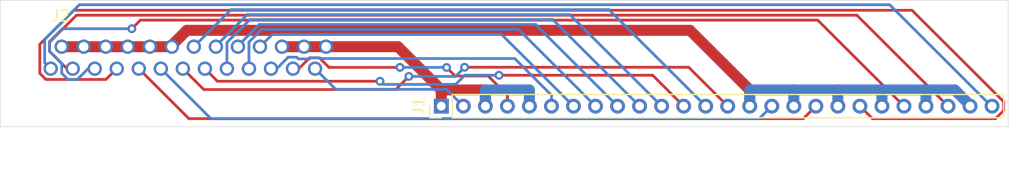
<source format=kicad_pcb>
(kicad_pcb (version 20171130) (host pcbnew "(5.1.5)-3")

  (general
    (thickness 1.6)
    (drawings 4)
    (tracks 146)
    (zones 0)
    (modules 2)
    (nets 20)
  )

  (page A4)
  (layers
    (0 F.Cu signal)
    (31 B.Cu signal)
    (32 B.Adhes user)
    (33 F.Adhes user)
    (34 B.Paste user)
    (35 F.Paste user)
    (36 B.SilkS user)
    (37 F.SilkS user)
    (38 B.Mask user)
    (39 F.Mask user)
    (40 Dwgs.User user)
    (41 Cmts.User user)
    (42 Eco1.User user)
    (43 Eco2.User user)
    (44 Edge.Cuts user)
    (45 Margin user)
    (46 B.CrtYd user)
    (47 F.CrtYd user)
    (48 B.Fab user)
    (49 F.Fab user)
  )

  (setup
    (last_trace_width 0.25)
    (user_trace_width 0.5)
    (user_trace_width 0.75)
    (trace_clearance 0.2)
    (zone_clearance 0.508)
    (zone_45_only no)
    (trace_min 0.2)
    (via_size 0.8)
    (via_drill 0.4)
    (via_min_size 0.4)
    (via_min_drill 0.3)
    (uvia_size 0.3)
    (uvia_drill 0.1)
    (uvias_allowed no)
    (uvia_min_size 0.2)
    (uvia_min_drill 0.1)
    (edge_width 0.05)
    (segment_width 0.2)
    (pcb_text_width 0.3)
    (pcb_text_size 1.5 1.5)
    (mod_edge_width 0.12)
    (mod_text_size 1 1)
    (mod_text_width 0.15)
    (pad_size 1.7 1.7)
    (pad_drill 1)
    (pad_to_mask_clearance 0.051)
    (solder_mask_min_width 0.25)
    (aux_axis_origin 0 0)
    (visible_elements 7FFFFFFF)
    (pcbplotparams
      (layerselection 0x010fc_ffffffff)
      (usegerberextensions false)
      (usegerberattributes false)
      (usegerberadvancedattributes false)
      (creategerberjobfile false)
      (excludeedgelayer true)
      (linewidth 0.100000)
      (plotframeref false)
      (viasonmask false)
      (mode 1)
      (useauxorigin false)
      (hpglpennumber 1)
      (hpglpenspeed 20)
      (hpglpendiameter 15.000000)
      (psnegative false)
      (psa4output false)
      (plotreference true)
      (plotvalue true)
      (plotinvisibletext false)
      (padsonsilk false)
      (subtractmaskfromsilk false)
      (outputformat 1)
      (mirror false)
      (drillshape 0)
      (scaleselection 1)
      (outputdirectory "gerber/"))
  )

  (net 0 "")
  (net 1 "Net-(J1-Pad26)")
  (net 2 "Net-(J1-Pad24)")
  (net 3 "Net-(J1-Pad2)")
  (net 4 "Net-(J1-Pad4)")
  (net 5 "Net-(J1-Pad6)")
  (net 6 "Net-(J1-Pad7)")
  (net 7 "Net-(J1-Pad8)")
  (net 8 "Net-(J1-Pad9)")
  (net 9 "Net-(J1-Pad10)")
  (net 10 "Net-(J1-Pad11)")
  (net 11 "Net-(J1-Pad12)")
  (net 12 "Net-(J1-Pad13)")
  (net 13 "Net-(J1-Pad14)")
  (net 14 "Net-(J1-Pad16)")
  (net 15 "Net-(J1-Pad18)")
  (net 16 "Net-(J1-Pad20)")
  (net 17 "Net-(J1-Pad22)")
  (net 18 GND)
  (net 19 VCC)

  (net_class Default "This is the default net class."
    (clearance 0.2)
    (trace_width 0.25)
    (via_dia 0.8)
    (via_drill 0.4)
    (uvia_dia 0.3)
    (uvia_drill 0.1)
    (add_net "Net-(J1-Pad10)")
    (add_net "Net-(J1-Pad11)")
    (add_net "Net-(J1-Pad12)")
    (add_net "Net-(J1-Pad13)")
    (add_net "Net-(J1-Pad14)")
    (add_net "Net-(J1-Pad16)")
    (add_net "Net-(J1-Pad18)")
    (add_net "Net-(J1-Pad2)")
    (add_net "Net-(J1-Pad20)")
    (add_net "Net-(J1-Pad22)")
    (add_net "Net-(J1-Pad24)")
    (add_net "Net-(J1-Pad26)")
    (add_net "Net-(J1-Pad4)")
    (add_net "Net-(J1-Pad6)")
    (add_net "Net-(J1-Pad7)")
    (add_net "Net-(J1-Pad8)")
    (add_net "Net-(J1-Pad9)")
  )

  (net_class power ""
    (clearance 0.3)
    (trace_width 1)
    (via_dia 1.6)
    (via_drill 0.8)
    (uvia_dia 0.3)
    (uvia_drill 0.1)
    (add_net GND)
    (add_net VCC)
  )

  (module Connector_PinHeader_2.00mm:PinHeader_1x26_P2.00mm_Vertical (layer F.Cu) (tedit 59FED667) (tstamp 62F710FA)
    (at 76.04 76.1365 90)
    (descr "Through hole straight pin header, 1x26, 2.00mm pitch, single row")
    (tags "Through hole pin header THT 1x26 2.00mm single row")
    (path /62F680CE)
    (fp_text reference J1 (at 0 -2.06 90) (layer F.SilkS)
      (effects (font (size 1 1) (thickness 0.15)))
    )
    (fp_text value Conn_01x26_Female (at 0 52.06 90) (layer F.Fab)
      (effects (font (size 1 1) (thickness 0.15)))
    )
    (fp_text user %R (at 0 25) (layer F.Fab)
      (effects (font (size 1 1) (thickness 0.15)))
    )
    (fp_line (start 1.5 -1.5) (end -1.5 -1.5) (layer F.CrtYd) (width 0.05))
    (fp_line (start 1.5 51.5) (end 1.5 -1.5) (layer F.CrtYd) (width 0.05))
    (fp_line (start -1.5 51.5) (end 1.5 51.5) (layer F.CrtYd) (width 0.05))
    (fp_line (start -1.5 -1.5) (end -1.5 51.5) (layer F.CrtYd) (width 0.05))
    (fp_line (start -1.06 -1.06) (end 0 -1.06) (layer F.SilkS) (width 0.12))
    (fp_line (start -1.06 0) (end -1.06 -1.06) (layer F.SilkS) (width 0.12))
    (fp_line (start -1.06 1) (end 1.06 1) (layer F.SilkS) (width 0.12))
    (fp_line (start 1.06 1) (end 1.06 51.06) (layer F.SilkS) (width 0.12))
    (fp_line (start -1.06 1) (end -1.06 51.06) (layer F.SilkS) (width 0.12))
    (fp_line (start -1.06 51.06) (end 1.06 51.06) (layer F.SilkS) (width 0.12))
    (fp_line (start -1 -0.5) (end -0.5 -1) (layer F.Fab) (width 0.1))
    (fp_line (start -1 51) (end -1 -0.5) (layer F.Fab) (width 0.1))
    (fp_line (start 1 51) (end -1 51) (layer F.Fab) (width 0.1))
    (fp_line (start 1 -1) (end 1 51) (layer F.Fab) (width 0.1))
    (fp_line (start -0.5 -1) (end 1 -1) (layer F.Fab) (width 0.1))
    (pad 26 thru_hole oval (at 0 50 90) (size 1.35 1.35) (drill 0.8) (layers *.Cu *.Mask)
      (net 1 "Net-(J1-Pad26)"))
    (pad 25 thru_hole oval (at 0 48 90) (size 1.35 1.35) (drill 0.8) (layers *.Cu *.Mask)
      (net 18 GND))
    (pad 24 thru_hole oval (at 0 46 90) (size 1.35 1.35) (drill 0.8) (layers *.Cu *.Mask)
      (net 2 "Net-(J1-Pad24)"))
    (pad 23 thru_hole oval (at 0 44 90) (size 1.35 1.35) (drill 0.8) (layers *.Cu *.Mask)
      (net 18 GND))
    (pad 22 thru_hole oval (at 0 42 90) (size 1.35 1.35) (drill 0.8) (layers *.Cu *.Mask)
      (net 17 "Net-(J1-Pad22)"))
    (pad 21 thru_hole oval (at 0 40 90) (size 1.35 1.35) (drill 0.8) (layers *.Cu *.Mask)
      (net 18 GND))
    (pad 20 thru_hole oval (at 0 38 90) (size 1.35 1.35) (drill 0.8) (layers *.Cu *.Mask)
      (net 16 "Net-(J1-Pad20)"))
    (pad 19 thru_hole oval (at 0 36 90) (size 1.35 1.35) (drill 0.8) (layers *.Cu *.Mask)
      (net 18 GND))
    (pad 18 thru_hole oval (at 0 34 90) (size 1.35 1.35) (drill 0.8) (layers *.Cu *.Mask)
      (net 15 "Net-(J1-Pad18)"))
    (pad 17 thru_hole oval (at 0 32 90) (size 1.35 1.35) (drill 0.8) (layers *.Cu *.Mask)
      (net 18 GND))
    (pad 16 thru_hole oval (at 0 30 90) (size 1.35 1.35) (drill 0.8) (layers *.Cu *.Mask)
      (net 14 "Net-(J1-Pad16)"))
    (pad 15 thru_hole oval (at 0 28 90) (size 1.35 1.35) (drill 0.8) (layers *.Cu *.Mask)
      (net 18 GND))
    (pad 14 thru_hole oval (at 0 26 90) (size 1.35 1.35) (drill 0.8) (layers *.Cu *.Mask)
      (net 13 "Net-(J1-Pad14)"))
    (pad 13 thru_hole oval (at 0 24 90) (size 1.35 1.35) (drill 0.8) (layers *.Cu *.Mask)
      (net 12 "Net-(J1-Pad13)"))
    (pad 12 thru_hole oval (at 0 22 90) (size 1.35 1.35) (drill 0.8) (layers *.Cu *.Mask)
      (net 11 "Net-(J1-Pad12)"))
    (pad 11 thru_hole oval (at 0 20 90) (size 1.35 1.35) (drill 0.8) (layers *.Cu *.Mask)
      (net 10 "Net-(J1-Pad11)"))
    (pad 10 thru_hole oval (at 0 18 90) (size 1.35 1.35) (drill 0.8) (layers *.Cu *.Mask)
      (net 9 "Net-(J1-Pad10)"))
    (pad 9 thru_hole oval (at 0 16 90) (size 1.35 1.35) (drill 0.8) (layers *.Cu *.Mask)
      (net 8 "Net-(J1-Pad9)"))
    (pad 8 thru_hole oval (at 0 14 90) (size 1.35 1.35) (drill 0.8) (layers *.Cu *.Mask)
      (net 7 "Net-(J1-Pad8)"))
    (pad 7 thru_hole oval (at 0 12 90) (size 1.35 1.35) (drill 0.8) (layers *.Cu *.Mask)
      (net 6 "Net-(J1-Pad7)"))
    (pad 6 thru_hole oval (at 0 10 90) (size 1.35 1.35) (drill 0.8) (layers *.Cu *.Mask)
      (net 5 "Net-(J1-Pad6)"))
    (pad 5 thru_hole oval (at 0 8 90) (size 1.35 1.35) (drill 0.8) (layers *.Cu *.Mask)
      (net 19 VCC))
    (pad 4 thru_hole oval (at 0 6 90) (size 1.35 1.35) (drill 0.8) (layers *.Cu *.Mask)
      (net 4 "Net-(J1-Pad4)"))
    (pad 3 thru_hole oval (at 0 4 90) (size 1.35 1.35) (drill 0.8) (layers *.Cu *.Mask)
      (net 19 VCC))
    (pad 2 thru_hole oval (at 0 2 90) (size 1.35 1.35) (drill 0.8) (layers *.Cu *.Mask)
      (net 3 "Net-(J1-Pad2)"))
    (pad 1 thru_hole rect (at 0 0 90) (size 1.35 1.35) (drill 0.8) (layers *.Cu *.Mask)
      (net 19 VCC))
    (model ${KISYS3DMOD}/Connector_PinHeader_2.00mm.3dshapes/PinHeader_1x26_P2.00mm_Vertical.wrl
      (at (xyz 0 0 0))
      (scale (xyz 1 1 1))
      (rotate (xyz 0 0 0))
    )
  )

  (module Connector:26pin_ffc_1mm (layer F.Cu) (tedit 63349608) (tstamp 62F71149)
    (at 40.5765 75.438)
    (path /62F6AA14)
    (fp_text reference J2 (at 0.89408 -7.51586) (layer F.SilkS)
      (effects (font (size 1 1) (thickness 0.15)))
    )
    (fp_text value Conn_01x26_Female (at 12.7381 0.7747) (layer F.Fab)
      (effects (font (size 1 1) (thickness 0.15)))
    )
    (fp_line (start -0.0381 -1.47066) (end -0.0381 -0.20066) (layer B.Paste) (width 0.12))
    (fp_line (start 0.99568 -1.4478) (end 0.99568 -0.1778) (layer B.Paste) (width 0.12))
    (fp_line (start 2.07518 -1.45796) (end 2.07518 -0.18796) (layer B.Paste) (width 0.12))
    (fp_line (start 4.21894 -1.44272) (end 2.94894 -1.44272) (layer B.Paste) (width 0.12))
    (fp_line (start 3.03784 -0.18796) (end 3.03784 -1.45796) (layer B.Paste) (width 0.12))
    (fp_line (start 5.48894 -0.17272) (end 4.21894 -0.17272) (layer B.Paste) (width 0.12))
    (fp_line (start 4.0132 -1.47066) (end 4.0132 -0.20066) (layer B.Paste) (width 0.12))
    (fp_line (start 6.75894 -1.44272) (end 5.48894 -1.44272) (layer B.Paste) (width 0.12))
    (fp_line (start 5.02158 -0.17526) (end 5.02158 -1.44526) (layer B.Paste) (width 0.12))
    (fp_line (start 8.02894 -0.17272) (end 6.75894 -0.17272) (layer B.Paste) (width 0.12))
    (fp_line (start 6.0198 -1.44526) (end 6.0198 -0.17526) (layer B.Paste) (width 0.12))
    (fp_line (start 9.29894 -1.44272) (end 8.02894 -1.44272) (layer B.Paste) (width 0.12))
    (fp_line (start 7.02818 -0.17526) (end 7.02818 -1.44526) (layer B.Paste) (width 0.12))
    (fp_line (start 10.56894 -0.17272) (end 9.29894 -0.17272) (layer B.Paste) (width 0.12))
    (fp_line (start 8.01878 -1.44526) (end 8.01878 -0.17526) (layer B.Paste) (width 0.12))
    (fp_line (start 11.83894 -1.44272) (end 10.56894 -1.44272) (layer B.Paste) (width 0.12))
    (fp_line (start 8.96874 -0.18796) (end 8.96874 -1.45796) (layer B.Paste) (width 0.12))
    (fp_line (start 13.10894 -0.17272) (end 11.83894 -0.17272) (layer B.Paste) (width 0.12))
    (fp_line (start 10.01014 -1.4351) (end 10.01014 -0.1651) (layer B.Paste) (width 0.12))
    (fp_line (start 14.37894 -1.44272) (end 13.10894 -1.44272) (layer B.Paste) (width 0.12))
    (fp_line (start 11.04138 -0.17526) (end 11.04138 -1.44526) (layer B.Paste) (width 0.12))
    (fp_line (start 15.64894 -0.17272) (end 14.37894 -0.17272) (layer B.Paste) (width 0.12))
    (fp_line (start 12.00404 -1.44526) (end 12.00404 -0.17526) (layer B.Paste) (width 0.12))
    (fp_line (start 16.91894 -1.44272) (end 15.64894 -1.44272) (layer B.Paste) (width 0.12))
    (fp_line (start 13.02766 -0.17018) (end 13.02766 -1.44018) (layer B.Paste) (width 0.12))
    (fp_line (start 18.18894 -0.17272) (end 16.91894 -0.17272) (layer B.Paste) (width 0.12))
    (fp_line (start 14.01318 -1.44526) (end 14.01318 -0.17526) (layer B.Paste) (width 0.12))
    (fp_line (start 19.45894 -1.44272) (end 18.18894 -1.44272) (layer B.Paste) (width 0.12))
    (fp_line (start 15.01394 -0.18034) (end 15.01394 -1.45034) (layer B.Paste) (width 0.12))
    (fp_line (start 20.72894 -0.17272) (end 19.45894 -0.17272) (layer B.Paste) (width 0.12))
    (fp_line (start 15.99692 -1.44526) (end 15.99692 -0.17526) (layer B.Paste) (width 0.12))
    (fp_line (start 21.99894 -1.44272) (end 20.72894 -1.44272) (layer B.Paste) (width 0.12))
    (fp_line (start 17.04594 -0.17018) (end 17.04594 -1.44018) (layer B.Paste) (width 0.12))
    (fp_line (start 23.26894 -0.17272) (end 21.99894 -0.17272) (layer B.Paste) (width 0.12))
    (fp_line (start 17.99082 -1.44526) (end 17.99082 -0.17526) (layer B.Paste) (width 0.12))
    (fp_line (start 24.53894 -1.44272) (end 23.26894 -1.44272) (layer B.Paste) (width 0.12))
    (fp_line (start 18.98142 -0.17526) (end 18.98142 -1.44526) (layer B.Paste) (width 0.12))
    (fp_line (start 25.80894 -0.17272) (end 24.53894 -0.17272) (layer B.Paste) (width 0.12))
    (fp_line (start 19.95424 -1.45034) (end 19.95424 -0.18034) (layer B.Paste) (width 0.12))
    (fp_line (start 21.00326 -0.18034) (end 21.00326 -1.45034) (layer B.Paste) (width 0.12))
    (fp_line (start 21.99894 -1.44272) (end 21.99894 -0.17272) (layer B.Paste) (width 0.12))
    (fp_line (start 23.01494 -0.17272) (end 23.01494 -1.44272) (layer B.Paste) (width 0.12))
    (fp_line (start 24.08174 -1.44272) (end 24.08174 -0.17272) (layer B.Paste) (width 0.12))
    (fp_line (start 25.06472 -0.16256) (end 25.06472 -1.43256) (layer B.Paste) (width 0.12))
    (fp_line (start -2 -1.44272) (end 26 -1.44272) (layer B.Paste) (width 0.12))
    (fp_line (start 26 -6.56272) (end 26 -0.17272) (layer B.Paste) (width 0.12))
    (fp_line (start -2 -6.56272) (end -2 -0.17272) (layer B.Paste) (width 0.12))
    (fp_line (start 26 -0.17272) (end -2 -0.17272) (layer B.Paste) (width 0.12))
    (fp_line (start -2 -6.56272) (end 26 -6.56272) (layer B.Paste) (width 0.12))
    (pad 25 thru_hole circle (at 1 -4.713) (size 1.3 1.3) (drill 0.86) (layers *.Cu *.Mask)
      (net 18 GND))
    (pad 26 thru_hole circle (at 0 -2.71272) (size 1.3 1.3) (drill 0.86) (layers *.Cu *.Mask)
      (net 1 "Net-(J1-Pad26)"))
    (pad 24 thru_hole circle (at 2 -2.71272) (size 1.3 1.3) (drill 0.86) (layers *.Cu *.Mask)
      (net 2 "Net-(J1-Pad24)"))
    (pad 1 thru_hole circle (at 25 -4.713) (size 1.3 1.3) (drill 0.86) (layers *.Cu *.Mask)
      (net 19 VCC))
    (pad 2 thru_hole circle (at 24 -2.71272) (size 1.3 1.3) (drill 0.86) (layers *.Cu *.Mask)
      (net 3 "Net-(J1-Pad2)"))
    (pad 3 thru_hole circle (at 23 -4.713) (size 1.3 1.3) (drill 0.86) (layers *.Cu *.Mask)
      (net 19 VCC))
    (pad 4 thru_hole circle (at 22 -2.71272) (size 1.3 1.3) (drill 0.86) (layers *.Cu *.Mask)
      (net 4 "Net-(J1-Pad4)"))
    (pad 5 thru_hole circle (at 21 -4.713) (size 1.3 1.3) (drill 0.86) (layers *.Cu *.Mask)
      (net 19 VCC))
    (pad 6 thru_hole circle (at 20 -2.71272) (size 1.3 1.3) (drill 0.86) (layers *.Cu *.Mask)
      (net 5 "Net-(J1-Pad6)"))
    (pad 7 thru_hole circle (at 19 -4.713) (size 1.3 1.3) (drill 0.86) (layers *.Cu *.Mask)
      (net 6 "Net-(J1-Pad7)"))
    (pad 8 thru_hole circle (at 18 -2.71272) (size 1.3 1.3) (drill 0.86) (layers *.Cu *.Mask)
      (net 7 "Net-(J1-Pad8)"))
    (pad 9 thru_hole circle (at 17 -4.713) (size 1.3 1.3) (drill 0.86) (layers *.Cu *.Mask)
      (net 8 "Net-(J1-Pad9)"))
    (pad 10 thru_hole circle (at 16 -2.71272) (size 1.3 1.3) (drill 0.86) (layers *.Cu *.Mask)
      (net 9 "Net-(J1-Pad10)"))
    (pad 11 thru_hole circle (at 15 -4.713) (size 1.3 1.3) (drill 0.86) (layers *.Cu *.Mask)
      (net 10 "Net-(J1-Pad11)"))
    (pad 12 thru_hole circle (at 14 -2.71272) (size 1.3 1.3) (drill 0.86) (layers *.Cu *.Mask)
      (net 11 "Net-(J1-Pad12)"))
    (pad 13 thru_hole circle (at 13 -4.713) (size 1.3 1.3) (drill 0.86) (layers *.Cu *.Mask)
      (net 12 "Net-(J1-Pad13)"))
    (pad 14 thru_hole circle (at 12 -2.71272) (size 1.3 1.3) (drill 0.86) (layers *.Cu *.Mask)
      (net 13 "Net-(J1-Pad14)"))
    (pad 15 thru_hole circle (at 11 -4.713) (size 1.3 1.3) (drill 0.86) (layers *.Cu *.Mask)
      (net 18 GND))
    (pad 16 thru_hole circle (at 10 -2.71272) (size 1.3 1.3) (drill 0.86) (layers *.Cu *.Mask)
      (net 14 "Net-(J1-Pad16)"))
    (pad 17 thru_hole circle (at 9 -4.713) (size 1.3 1.3) (drill 0.86) (layers *.Cu *.Mask)
      (net 18 GND))
    (pad 18 thru_hole circle (at 8 -2.71272) (size 1.3 1.3) (drill 0.86) (layers *.Cu *.Mask)
      (net 15 "Net-(J1-Pad18)"))
    (pad 19 thru_hole circle (at 7 -4.713) (size 1.3 1.3) (drill 0.86) (layers *.Cu *.Mask)
      (net 18 GND))
    (pad 20 thru_hole circle (at 6 -2.71272) (size 1.3 1.3) (drill 0.86) (layers *.Cu *.Mask)
      (net 16 "Net-(J1-Pad20)"))
    (pad 21 thru_hole circle (at 5 -4.713) (size 1.3 1.3) (drill 0.86) (layers *.Cu *.Mask)
      (net 18 GND))
    (pad 22 thru_hole circle (at 4 -2.71272) (size 1.3 1.3) (drill 0.86) (layers *.Cu *.Mask)
      (net 17 "Net-(J1-Pad22)"))
    (pad 23 thru_hole circle (at 3 -4.713) (size 1.3 1.3) (drill 0.86) (layers *.Cu *.Mask)
      (net 18 GND))
  )

  (gr_line (start 36 78) (end 127.5 78) (layer Edge.Cuts) (width 0.05))
  (gr_line (start 127.5 78) (end 127.5 66.5) (layer Edge.Cuts) (width 0.05))
  (gr_line (start 36 78) (end 36 66.5) (layer Edge.Cuts) (width 0.05))
  (gr_line (start 36 66.5) (end 127.5 66.5) (layer Edge.Cuts) (width 0.05))

  (segment (start 40.5765 72.7253) (end 40.0308 72.1796) (width 0.25) (layer B.Cu) (net 1))
  (segment (start 40.0308 72.1796) (end 40.0308 70.0527) (width 0.25) (layer B.Cu) (net 1))
  (segment (start 40.0308 70.0527) (end 43.1798 66.9037) (width 0.25) (layer B.Cu) (net 1))
  (segment (start 43.1798 66.9037) (end 116.7364 66.9037) (width 0.25) (layer B.Cu) (net 1))
  (segment (start 116.7364 66.9037) (end 125.9692 76.1365) (width 0.25) (layer B.Cu) (net 1))
  (segment (start 125.9692 76.1365) (end 126.04 76.1365) (width 0.25) (layer B.Cu) (net 1))
  (segment (start 42.5765 72.7253) (end 42.056 72.7253) (width 0.25) (layer F.Cu) (net 2))
  (segment (start 42.056 72.7253) (end 40.4723 71.1416) (width 0.25) (layer F.Cu) (net 2))
  (segment (start 40.4723 71.1416) (end 40.4723 70.3082) (width 0.25) (layer F.Cu) (net 2))
  (segment (start 40.4723 70.3082) (end 42.9205 67.86) (width 0.25) (layer F.Cu) (net 2))
  (segment (start 42.9205 67.86) (end 113.7635 67.86) (width 0.25) (layer F.Cu) (net 2))
  (segment (start 113.7635 67.86) (end 122.04 76.1365) (width 0.25) (layer F.Cu) (net 2))
  (segment (start 64.5765 72.7253) (end 66.4583 74.6071) (width 0.25) (layer B.Cu) (net 3))
  (segment (start 66.4583 74.6071) (end 76.5106 74.6071) (width 0.25) (layer B.Cu) (net 3))
  (segment (start 76.5106 74.6071) (end 78.04 76.1365) (width 0.25) (layer B.Cu) (net 3))
  (segment (start 82.04 76.1365) (end 82.04 75.1362) (width 0.25) (layer F.Cu) (net 4))
  (segment (start 76.5187 72.6175) (end 77.2936 73.3924) (width 0.25) (layer F.Cu) (net 4))
  (segment (start 77.2936 73.3924) (end 80.2962 73.3924) (width 0.25) (layer F.Cu) (net 4))
  (segment (start 80.2962 73.3924) (end 82.04 75.1362) (width 0.25) (layer F.Cu) (net 4))
  (segment (start 72.2868 72.6094) (end 76.5106 72.6094) (width 0.25) (layer B.Cu) (net 4))
  (segment (start 76.5106 72.6094) (end 76.5187 72.6175) (width 0.25) (layer B.Cu) (net 4))
  (segment (start 62.5765 72.7253) (end 63.0971 72.7253) (width 0.25) (layer F.Cu) (net 4))
  (segment (start 63.0971 72.7253) (end 64.0815 71.7409) (width 0.25) (layer F.Cu) (net 4))
  (segment (start 64.0815 71.7409) (end 64.9716 71.7409) (width 0.25) (layer F.Cu) (net 4))
  (segment (start 64.9716 71.7409) (end 65.8401 72.6094) (width 0.25) (layer F.Cu) (net 4))
  (segment (start 65.8401 72.6094) (end 72.2868 72.6094) (width 0.25) (layer F.Cu) (net 4))
  (via (at 76.5187 72.6175) (size 0.8) (layers F.Cu B.Cu) (net 4))
  (via (at 72.2868 72.6094) (size 0.8) (layers F.Cu B.Cu) (net 4))
  (segment (start 86.04 76.1365) (end 86.04 75.1362) (width 0.25) (layer B.Cu) (net 5))
  (segment (start 60.5765 72.7253) (end 61.0971 72.7253) (width 0.25) (layer B.Cu) (net 5))
  (segment (start 61.0971 72.7253) (end 62.1394 71.683) (width 0.25) (layer B.Cu) (net 5))
  (segment (start 62.1394 71.683) (end 62.9137 71.683) (width 0.25) (layer B.Cu) (net 5))
  (segment (start 62.9137 71.683) (end 63.0675 71.8368) (width 0.25) (layer B.Cu) (net 5))
  (segment (start 63.0675 71.8368) (end 64.0856 71.8368) (width 0.25) (layer B.Cu) (net 5))
  (segment (start 64.0856 71.8368) (end 64.1882 71.7342) (width 0.25) (layer B.Cu) (net 5))
  (segment (start 64.1882 71.7342) (end 64.9684 71.7342) (width 0.25) (layer B.Cu) (net 5))
  (segment (start 64.9684 71.7342) (end 65.0379 71.8037) (width 0.25) (layer B.Cu) (net 5))
  (segment (start 65.0379 71.8037) (end 82.7075 71.8037) (width 0.25) (layer B.Cu) (net 5))
  (segment (start 82.7075 71.8037) (end 86.04 75.1362) (width 0.25) (layer B.Cu) (net 5))
  (segment (start 88.04 76.1365) (end 81.5091 69.6056) (width 0.25) (layer B.Cu) (net 6))
  (segment (start 81.5091 69.6056) (end 60.6959 69.6056) (width 0.25) (layer B.Cu) (net 6))
  (segment (start 60.6959 69.6056) (end 59.5765 70.725) (width 0.25) (layer B.Cu) (net 6))
  (segment (start 90.04 76.1365) (end 83.0587 69.1552) (width 0.25) (layer B.Cu) (net 7))
  (segment (start 83.0587 69.1552) (end 59.7229 69.1552) (width 0.25) (layer B.Cu) (net 7))
  (segment (start 59.7229 69.1552) (end 58.5765 70.3016) (width 0.25) (layer B.Cu) (net 7))
  (segment (start 58.5765 70.3016) (end 58.5765 72.7253) (width 0.25) (layer B.Cu) (net 7))
  (segment (start 92.04 76.1365) (end 84.6084 68.7049) (width 0.25) (layer B.Cu) (net 8))
  (segment (start 84.6084 68.7049) (end 59.5147 68.7049) (width 0.25) (layer B.Cu) (net 8))
  (segment (start 59.5147 68.7049) (end 57.5765 70.6431) (width 0.25) (layer B.Cu) (net 8))
  (segment (start 57.5765 70.6431) (end 57.5765 70.725) (width 0.25) (layer B.Cu) (net 8))
  (segment (start 94.04 76.1365) (end 86.1581 68.2546) (width 0.25) (layer B.Cu) (net 9))
  (segment (start 86.1581 68.2546) (end 58.6666 68.2546) (width 0.25) (layer B.Cu) (net 9))
  (segment (start 58.6666 68.2546) (end 56.5765 70.3447) (width 0.25) (layer B.Cu) (net 9))
  (segment (start 56.5765 70.3447) (end 56.5765 72.7253) (width 0.25) (layer B.Cu) (net 9))
  (segment (start 96.04 76.1365) (end 87.7078 67.8043) (width 0.25) (layer B.Cu) (net 10))
  (segment (start 87.7078 67.8043) (end 58.4231 67.8043) (width 0.25) (layer B.Cu) (net 10))
  (segment (start 58.4231 67.8043) (end 55.5765 70.6509) (width 0.25) (layer B.Cu) (net 10))
  (segment (start 55.5765 70.6509) (end 55.5765 70.725) (width 0.25) (layer B.Cu) (net 10))
  (segment (start 98.04 76.1365) (end 95.2278 73.3243) (width 0.25) (layer F.Cu) (net 11))
  (segment (start 95.2278 73.3243) (end 81.2765 73.3243) (width 0.25) (layer F.Cu) (net 11))
  (segment (start 70.4735 73.8717) (end 70.7585 74.1567) (width 0.25) (layer B.Cu) (net 11))
  (segment (start 70.7585 74.1567) (end 77.3435 74.1567) (width 0.25) (layer B.Cu) (net 11))
  (segment (start 77.3435 74.1567) (end 78.1759 73.3243) (width 0.25) (layer B.Cu) (net 11))
  (segment (start 78.1759 73.3243) (end 81.2765 73.3243) (width 0.25) (layer B.Cu) (net 11))
  (segment (start 54.5765 72.7253) (end 55.7229 73.8717) (width 0.25) (layer F.Cu) (net 11))
  (segment (start 55.7229 73.8717) (end 70.4735 73.8717) (width 0.25) (layer F.Cu) (net 11))
  (via (at 81.2765 73.3243) (size 0.8) (layers F.Cu B.Cu) (net 11))
  (via (at 70.4735 73.8717) (size 0.8) (layers F.Cu B.Cu) (net 11))
  (segment (start 100.04 76.1365) (end 91.2575 67.354) (width 0.25) (layer B.Cu) (net 12))
  (segment (start 91.2575 67.354) (end 56.9475 67.354) (width 0.25) (layer B.Cu) (net 12))
  (segment (start 56.9475 67.354) (end 53.5765 70.725) (width 0.25) (layer B.Cu) (net 12))
  (segment (start 52.5765 72.7253) (end 54.4753 74.6241) (width 0.25) (layer F.Cu) (net 13))
  (segment (start 54.4753 74.6241) (end 71.9049 74.6241) (width 0.25) (layer F.Cu) (net 13))
  (segment (start 71.9049 74.6241) (end 73.0976 73.4314) (width 0.25) (layer F.Cu) (net 13))
  (segment (start 73.0976 73.4314) (end 77.3191 73.4314) (width 0.25) (layer B.Cu) (net 13))
  (segment (start 77.3191 73.4314) (end 78.1516 72.5989) (width 0.25) (layer B.Cu) (net 13))
  (segment (start 102.04 76.1365) (end 98.5024 72.5989) (width 0.25) (layer F.Cu) (net 13))
  (segment (start 98.5024 72.5989) (end 78.1516 72.5989) (width 0.25) (layer F.Cu) (net 13))
  (via (at 78.1516 72.5989) (size 0.8) (layers F.Cu B.Cu) (net 13))
  (via (at 73.0976 73.4314) (size 0.8) (layers F.Cu B.Cu) (net 13))
  (segment (start 50.5765 72.7253) (end 55.1238 77.2726) (width 0.25) (layer B.Cu) (net 14))
  (segment (start 55.1238 77.2726) (end 104.9039 77.2726) (width 0.25) (layer B.Cu) (net 14))
  (segment (start 104.9039 77.2726) (end 106.04 76.1365) (width 0.25) (layer B.Cu) (net 14))
  (segment (start 48.5765 72.7253) (end 53.1238 77.2726) (width 0.25) (layer F.Cu) (net 15))
  (segment (start 53.1238 77.2726) (end 108.9039 77.2726) (width 0.25) (layer F.Cu) (net 15))
  (segment (start 108.9039 77.2726) (end 110.04 76.1365) (width 0.25) (layer F.Cu) (net 15))
  (segment (start 46.5765 72.7253) (end 45.5954 73.7064) (width 0.25) (layer F.Cu) (net 16))
  (segment (start 45.5954 73.7064) (end 40.1443 73.7064) (width 0.25) (layer F.Cu) (net 16))
  (segment (start 40.1443 73.7064) (end 39.5861 73.1482) (width 0.25) (layer F.Cu) (net 16))
  (segment (start 39.5861 73.1482) (end 39.5861 70.5169) (width 0.25) (layer F.Cu) (net 16))
  (segment (start 39.5861 70.5169) (end 42.6934 67.4096) (width 0.25) (layer F.Cu) (net 16))
  (segment (start 42.6934 67.4096) (end 118.7673 67.4096) (width 0.25) (layer F.Cu) (net 16))
  (segment (start 118.7673 67.4096) (end 127.0923 75.7346) (width 0.25) (layer F.Cu) (net 16))
  (segment (start 127.0923 75.7346) (end 127.0923 76.538) (width 0.25) (layer F.Cu) (net 16))
  (segment (start 127.0923 76.538) (end 126.3577 77.2726) (width 0.25) (layer F.Cu) (net 16))
  (segment (start 126.3577 77.2726) (end 115.1761 77.2726) (width 0.25) (layer F.Cu) (net 16))
  (segment (start 115.1761 77.2726) (end 114.04 76.1365) (width 0.25) (layer F.Cu) (net 16))
  (segment (start 44.5765 72.7253) (end 43.9735 72.7253) (width 0.25) (layer B.Cu) (net 17))
  (segment (start 43.9735 72.7253) (end 42.9783 73.7205) (width 0.25) (layer B.Cu) (net 17))
  (segment (start 42.9783 73.7205) (end 42.1569 73.7205) (width 0.25) (layer B.Cu) (net 17))
  (segment (start 42.1569 73.7205) (end 41.5765 73.1401) (width 0.25) (layer B.Cu) (net 17))
  (segment (start 41.5765 73.1401) (end 41.5765 72.2458) (width 0.25) (layer B.Cu) (net 17))
  (segment (start 41.5765 72.2458) (end 40.4812 71.1505) (width 0.25) (layer B.Cu) (net 17))
  (segment (start 40.4812 71.1505) (end 40.4812 70.2392) (width 0.25) (layer B.Cu) (net 17))
  (segment (start 40.4812 70.2392) (end 41.6323 69.0881) (width 0.25) (layer B.Cu) (net 17))
  (segment (start 41.6323 69.0881) (end 47.9453 69.0881) (width 0.25) (layer B.Cu) (net 17))
  (segment (start 47.9453 69.0881) (end 48.723 68.3104) (width 0.25) (layer F.Cu) (net 17))
  (segment (start 48.723 68.3104) (end 110.2139 68.3104) (width 0.25) (layer F.Cu) (net 17))
  (segment (start 110.2139 68.3104) (end 118.04 76.1365) (width 0.25) (layer F.Cu) (net 17))
  (via (at 47.9453 69.0881) (size 0.8) (layers F.Cu B.Cu) (net 17))
  (segment (start 104.04 76.1365) (end 104.04 74.6612) (width 1) (layer B.Cu) (net 18))
  (segment (start 104.04 74.6612) (end 108.04 74.6612) (width 1) (layer B.Cu) (net 18))
  (segment (start 51.5765 70.725) (end 51.5765 70.6) (width 1) (layer F.Cu) (net 18))
  (segment (start 51.5765 70.6) (end 52.9407 69.2358) (width 1) (layer F.Cu) (net 18))
  (segment (start 52.9407 69.2358) (end 98.6146 69.2358) (width 1) (layer F.Cu) (net 18))
  (segment (start 98.6146 69.2358) (end 104.04 74.6612) (width 1) (layer F.Cu) (net 18))
  (segment (start 51.5765 70.725) (end 49.5765 70.725) (width 1) (layer F.Cu) (net 18))
  (segment (start 104.04 76.1365) (end 104.04 74.6612) (width 1) (layer F.Cu) (net 18))
  (segment (start 116.04 74.6612) (end 120.04 74.6612) (width 1) (layer B.Cu) (net 18))
  (segment (start 112.04 74.6612) (end 116.04 74.6612) (width 1) (layer B.Cu) (net 18))
  (segment (start 120.04 74.6612) (end 122.6511 74.6612) (width 1) (layer B.Cu) (net 18))
  (segment (start 122.6511 74.6612) (end 124.04 76.0501) (width 1) (layer B.Cu) (net 18))
  (segment (start 124.04 76.0501) (end 124.04 76.1365) (width 1) (layer B.Cu) (net 18))
  (segment (start 120.04 74.9863) (end 120.04 74.6612) (width 1) (layer B.Cu) (net 18))
  (segment (start 108.04 74.6612) (end 112.04 74.6612) (width 1) (layer B.Cu) (net 18))
  (segment (start 112.04 74.6612) (end 112.04 74.9863) (width 1) (layer B.Cu) (net 18))
  (segment (start 116.04 76.1365) (end 116.04 74.6612) (width 1) (layer B.Cu) (net 18))
  (segment (start 108.04 76.1365) (end 108.04 74.6612) (width 1) (layer B.Cu) (net 18))
  (segment (start 120.04 76.1365) (end 120.04 74.9863) (width 1) (layer B.Cu) (net 18))
  (segment (start 112.04 76.1365) (end 112.04 74.9863) (width 1) (layer B.Cu) (net 18))
  (segment (start 43.5765 70.725) (end 41.5765 70.725) (width 1) (layer F.Cu) (net 18))
  (segment (start 45.5765 70.725) (end 43.5765 70.725) (width 1) (layer F.Cu) (net 18))
  (segment (start 47.5765 70.725) (end 49.5765 70.725) (width 1) (layer F.Cu) (net 18))
  (segment (start 45.5765 70.725) (end 47.5765 70.725) (width 1) (layer F.Cu) (net 18))
  (segment (start 76.04 74.6612) (end 72.1038 70.725) (width 1) (layer F.Cu) (net 19))
  (segment (start 72.1038 70.725) (end 65.5765 70.725) (width 1) (layer F.Cu) (net 19))
  (segment (start 80.04 76.1365) (end 80.04 74.6612) (width 1) (layer B.Cu) (net 19))
  (segment (start 80.04 76.1365) (end 80.04 74.6612) (width 1) (layer F.Cu) (net 19))
  (segment (start 76.04 74.9863) (end 76.3651 74.6612) (width 1) (layer F.Cu) (net 19))
  (segment (start 76.3651 74.6612) (end 80.04 74.6612) (width 1) (layer F.Cu) (net 19))
  (segment (start 76.04 74.9863) (end 76.04 74.6612) (width 1) (layer F.Cu) (net 19))
  (segment (start 76.04 76.1365) (end 76.04 74.9863) (width 1) (layer F.Cu) (net 19))
  (segment (start 63.5765 70.725) (end 65.5765 70.725) (width 1) (layer F.Cu) (net 19))
  (segment (start 84.04 76.1365) (end 84.04 74.6612) (width 1) (layer B.Cu) (net 19))
  (segment (start 80.04 74.6612) (end 84.04 74.6612) (width 1) (layer B.Cu) (net 19))
  (segment (start 61.5765 70.725) (end 63.5765 70.725) (width 1) (layer F.Cu) (net 19))

)

</source>
